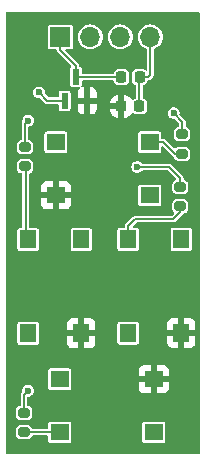
<source format=gbr>
%TF.GenerationSoftware,KiCad,Pcbnew,8.0.1*%
%TF.CreationDate,2025-01-22T19:40:40-07:00*%
%TF.ProjectId,Button,42757474-6f6e-42e6-9b69-6361645f7063,rev?*%
%TF.SameCoordinates,Original*%
%TF.FileFunction,Copper,L1,Top*%
%TF.FilePolarity,Positive*%
%FSLAX46Y46*%
G04 Gerber Fmt 4.6, Leading zero omitted, Abs format (unit mm)*
G04 Created by KiCad (PCBNEW 8.0.1) date 2025-01-22 19:40:40*
%MOMM*%
%LPD*%
G01*
G04 APERTURE LIST*
G04 Aperture macros list*
%AMRoundRect*
0 Rectangle with rounded corners*
0 $1 Rounding radius*
0 $2 $3 $4 $5 $6 $7 $8 $9 X,Y pos of 4 corners*
0 Add a 4 corners polygon primitive as box body*
4,1,4,$2,$3,$4,$5,$6,$7,$8,$9,$2,$3,0*
0 Add four circle primitives for the rounded corners*
1,1,$1+$1,$2,$3*
1,1,$1+$1,$4,$5*
1,1,$1+$1,$6,$7*
1,1,$1+$1,$8,$9*
0 Add four rect primitives between the rounded corners*
20,1,$1+$1,$2,$3,$4,$5,0*
20,1,$1+$1,$4,$5,$6,$7,0*
20,1,$1+$1,$6,$7,$8,$9,0*
20,1,$1+$1,$8,$9,$2,$3,0*%
G04 Aperture macros list end*
%TA.AperFunction,SMDPad,CuDef*%
%ADD10R,0.609600X1.320800*%
%TD*%
%TA.AperFunction,SMDPad,CuDef*%
%ADD11RoundRect,0.225000X-0.225000X-0.250000X0.225000X-0.250000X0.225000X0.250000X-0.225000X0.250000X0*%
%TD*%
%TA.AperFunction,SMDPad,CuDef*%
%ADD12R,1.549908X1.400048*%
%TD*%
%TA.AperFunction,SMDPad,CuDef*%
%ADD13RoundRect,0.200000X0.275000X-0.200000X0.275000X0.200000X-0.275000X0.200000X-0.275000X-0.200000X0*%
%TD*%
%TA.AperFunction,SMDPad,CuDef*%
%ADD14R,1.400048X1.549908*%
%TD*%
%TA.AperFunction,ComponentPad*%
%ADD15R,1.700000X1.700000*%
%TD*%
%TA.AperFunction,ComponentPad*%
%ADD16O,1.700000X1.700000*%
%TD*%
%TA.AperFunction,ViaPad*%
%ADD17C,0.600000*%
%TD*%
%TA.AperFunction,Conductor*%
%ADD18C,0.152400*%
%TD*%
G04 APERTURE END LIST*
D10*
%TO.P,U1,1,GND*%
%TO.N,GND*%
X189619999Y-70830400D03*
%TO.P,U1,2,VOUT*%
%TO.N,VDD_2.5V*%
X191520001Y-70830400D03*
%TO.P,U1,3,VIN*%
%TO.N,VCC*%
X190570000Y-68800000D03*
%TD*%
D11*
%TO.P,C2,1*%
%TO.N,VDD_2.5V*%
X194410001Y-71310400D03*
%TO.P,C2,2*%
%TO.N,GND*%
X195960001Y-71310400D03*
%TD*%
D12*
%TO.P,SW1,1,1*%
%TO.N,unconnected-(SW1-Pad1)*%
X188885002Y-74329999D03*
%TO.P,SW1,2,2*%
%TO.N,VDD_2.5V*%
X188885002Y-78830001D03*
%TO.P,SW1,3,3*%
%TO.N,Net-(R1-Pad1)*%
X196834998Y-74329999D03*
%TO.P,SW1,4,4*%
%TO.N,unconnected-(SW1-Pad4)*%
X196834998Y-78830001D03*
%TD*%
D13*
%TO.P,R3,1*%
%TO.N,Net-(R3-Pad1)*%
X199420000Y-79770000D03*
%TO.P,R3,2*%
%TO.N,LED1*%
X199420000Y-78120000D03*
%TD*%
D11*
%TO.P,C1,1*%
%TO.N,VCC*%
X194420001Y-68830400D03*
%TO.P,C1,2*%
%TO.N,GND*%
X195970001Y-68830400D03*
%TD*%
D14*
%TO.P,SW3,1,1*%
%TO.N,unconnected-(SW3-Pad1)*%
X194990000Y-90500000D03*
%TO.P,SW3,2,2*%
%TO.N,VDD_2.5V*%
X199490002Y-90500000D03*
%TO.P,SW3,3,3*%
%TO.N,Net-(R3-Pad1)*%
X194990000Y-82550004D03*
%TO.P,SW3,4,4*%
%TO.N,unconnected-(SW3-Pad4)*%
X199490002Y-82550004D03*
%TD*%
D13*
%TO.P,R2,1*%
%TO.N,Net-(R2-Pad1)*%
X186270000Y-76390000D03*
%TO.P,R2,2*%
%TO.N,LED1*%
X186270000Y-74740000D03*
%TD*%
D15*
%TO.P,J1,1,Pin_1*%
%TO.N,VCC*%
X189260000Y-65430000D03*
D16*
%TO.P,J1,2,Pin_2*%
%TO.N,GND*%
X191800000Y-65430000D03*
%TO.P,J1,3,Pin_3*%
%TO.N,LED1*%
X194340000Y-65430000D03*
%TO.P,J1,4,Pin_4*%
%TO.N,GND*%
X196880000Y-65430000D03*
%TD*%
D13*
%TO.P,R1,1*%
%TO.N,Net-(R1-Pad1)*%
X199580000Y-75320000D03*
%TO.P,R1,2*%
%TO.N,LED1*%
X199580000Y-73670000D03*
%TD*%
D12*
%TO.P,SW4,1,1*%
%TO.N,unconnected-(SW4-Pad1)*%
X197160000Y-98890002D03*
%TO.P,SW4,2,2*%
%TO.N,VDD_2.5V*%
X197160000Y-94390000D03*
%TO.P,SW4,3,3*%
%TO.N,Net-(R4-Pad1)*%
X189210004Y-98890002D03*
%TO.P,SW4,4,4*%
%TO.N,unconnected-(SW4-Pad4)*%
X189210004Y-94390000D03*
%TD*%
D14*
%TO.P,SW2,1,1*%
%TO.N,unconnected-(SW2-Pad1)*%
X186529998Y-90520000D03*
%TO.P,SW2,2,2*%
%TO.N,VDD_2.5V*%
X191030000Y-90520000D03*
%TO.P,SW2,3,3*%
%TO.N,Net-(R2-Pad1)*%
X186529998Y-82570004D03*
%TO.P,SW2,4,4*%
%TO.N,unconnected-(SW2-Pad4)*%
X191030000Y-82570004D03*
%TD*%
D13*
%TO.P,R4,1*%
%TO.N,Net-(R4-Pad1)*%
X186180000Y-98890000D03*
%TO.P,R4,2*%
%TO.N,LED1*%
X186180000Y-97240000D03*
%TD*%
D17*
%TO.N,GND*%
X187470000Y-70130000D03*
%TO.N,LED1*%
X186540000Y-72510000D03*
X186520000Y-95390000D03*
X198850000Y-71870000D03*
X195770000Y-76440000D03*
%TD*%
D18*
%TO.N,VCC*%
X190570000Y-67860000D02*
X189260000Y-66550000D01*
X194420001Y-68830400D02*
X190600400Y-68830400D01*
X190570000Y-68800000D02*
X190570000Y-67860000D01*
X190600400Y-68830400D02*
X190570000Y-68800000D01*
X189260000Y-66550000D02*
X189260000Y-65430000D01*
%TO.N,VDD_2.5V*%
X194410001Y-71310400D02*
X192750001Y-71310400D01*
X192270001Y-70830400D02*
X191520001Y-70830400D01*
X192750001Y-71310400D02*
X192270001Y-70830400D01*
%TO.N,Net-(R1-Pad1)*%
X199580000Y-75320000D02*
X198980000Y-75320000D01*
X196834998Y-74329999D02*
X197989999Y-74329999D01*
X198980000Y-75320000D02*
X197989999Y-74329999D01*
%TO.N,Net-(R2-Pad1)*%
X186330000Y-82370006D02*
X186330000Y-76450000D01*
X186529998Y-82570004D02*
X186330000Y-82370006D01*
X186330000Y-76450000D02*
X186270000Y-76390000D01*
%TO.N,Net-(R3-Pad1)*%
X194990000Y-81470000D02*
X195600000Y-80860000D01*
X198810000Y-80860000D02*
X199420000Y-80250000D01*
X194990000Y-82550004D02*
X194990000Y-81470000D01*
X198460000Y-80860000D02*
X198810000Y-80860000D01*
X195600000Y-80860000D02*
X198460000Y-80860000D01*
X199420000Y-80250000D02*
X199420000Y-79770000D01*
%TO.N,Net-(R4-Pad1)*%
X189210004Y-98890002D02*
X186180002Y-98890002D01*
X186180002Y-98890002D02*
X186180000Y-98890000D01*
%TO.N,GND*%
X188170400Y-70830400D02*
X187470000Y-70130000D01*
X196659600Y-68830400D02*
X196880000Y-68610000D01*
X195970001Y-68830400D02*
X196659600Y-68830400D01*
X195960001Y-71310400D02*
X195960001Y-68840400D01*
X189619999Y-70830400D02*
X188170400Y-70830400D01*
X196880000Y-68610000D02*
X196880000Y-65430000D01*
X195960001Y-68840400D02*
X195970001Y-68830400D01*
%TO.N,LED1*%
X186180000Y-95730000D02*
X186520000Y-95390000D01*
X186270000Y-74740000D02*
X186270000Y-73030000D01*
X199420000Y-77390000D02*
X198470000Y-76440000D01*
X198470000Y-76440000D02*
X195770000Y-76440000D01*
X186180000Y-97240000D02*
X186180000Y-95730000D01*
X186270000Y-73030000D02*
X186270000Y-72780000D01*
X199580000Y-72600000D02*
X198850000Y-71870000D01*
X186270000Y-72780000D02*
X186540000Y-72510000D01*
X199420000Y-78120000D02*
X199420000Y-77390000D01*
X199580000Y-73670000D02*
X199580000Y-72600000D01*
%TD*%
%TA.AperFunction,Conductor*%
%TO.N,VDD_2.5V*%
G36*
X201022638Y-63338093D02*
G01*
X201048358Y-63382642D01*
X201049500Y-63395700D01*
X201049500Y-100664300D01*
X201031907Y-100712638D01*
X200987358Y-100738358D01*
X200974300Y-100739500D01*
X184715700Y-100739500D01*
X184667362Y-100721907D01*
X184641642Y-100677358D01*
X184640500Y-100664300D01*
X184640500Y-99121512D01*
X185504500Y-99121512D01*
X185504501Y-99121524D01*
X185519352Y-99215301D01*
X185576951Y-99328344D01*
X185666655Y-99418048D01*
X185666657Y-99418049D01*
X185666658Y-99418050D01*
X185779694Y-99475645D01*
X185779696Y-99475646D01*
X185873481Y-99490500D01*
X186486518Y-99490499D01*
X186494646Y-99489211D01*
X186580301Y-99475647D01*
X186580302Y-99475646D01*
X186580304Y-99475646D01*
X186693342Y-99418050D01*
X186783050Y-99328342D01*
X186840646Y-99215304D01*
X186840645Y-99215304D01*
X186843333Y-99210031D01*
X186845456Y-99211112D01*
X186871218Y-99178133D01*
X186911074Y-99166702D01*
X188159350Y-99166702D01*
X188207688Y-99184295D01*
X188233408Y-99228844D01*
X188234550Y-99241902D01*
X188234550Y-99609774D01*
X188246182Y-99668255D01*
X188246183Y-99668257D01*
X188290498Y-99734578D01*
X188356819Y-99778893D01*
X188386060Y-99784709D01*
X188415301Y-99790526D01*
X188415302Y-99790526D01*
X190004707Y-99790526D01*
X190024200Y-99786648D01*
X190063189Y-99778893D01*
X190129510Y-99734578D01*
X190173825Y-99668257D01*
X190185458Y-99609774D01*
X196184546Y-99609774D01*
X196196178Y-99668255D01*
X196196179Y-99668257D01*
X196240494Y-99734578D01*
X196306815Y-99778893D01*
X196336056Y-99784709D01*
X196365297Y-99790526D01*
X196365298Y-99790526D01*
X197954703Y-99790526D01*
X197974196Y-99786648D01*
X198013185Y-99778893D01*
X198079506Y-99734578D01*
X198123821Y-99668257D01*
X198135454Y-99609774D01*
X198135454Y-98170230D01*
X198123821Y-98111747D01*
X198079506Y-98045426D01*
X198013185Y-98001111D01*
X198013183Y-98001110D01*
X197954703Y-97989478D01*
X197954702Y-97989478D01*
X196365298Y-97989478D01*
X196365297Y-97989478D01*
X196306816Y-98001110D01*
X196306814Y-98001111D01*
X196240494Y-98045426D01*
X196196179Y-98111746D01*
X196196178Y-98111748D01*
X196184546Y-98170229D01*
X196184546Y-99609774D01*
X190185458Y-99609774D01*
X190185458Y-98170230D01*
X190173825Y-98111747D01*
X190129510Y-98045426D01*
X190063189Y-98001111D01*
X190063187Y-98001110D01*
X190004707Y-97989478D01*
X190004706Y-97989478D01*
X188415302Y-97989478D01*
X188415301Y-97989478D01*
X188356820Y-98001110D01*
X188356818Y-98001111D01*
X188290498Y-98045426D01*
X188246183Y-98111746D01*
X188246182Y-98111748D01*
X188234550Y-98170229D01*
X188234550Y-98538102D01*
X188216957Y-98586440D01*
X188172408Y-98612160D01*
X188159350Y-98613302D01*
X186911075Y-98613302D01*
X186862737Y-98595709D01*
X186844856Y-98569192D01*
X186843333Y-98569969D01*
X186783048Y-98451655D01*
X186693344Y-98361951D01*
X186580304Y-98304354D01*
X186580306Y-98304354D01*
X186533411Y-98296927D01*
X186486519Y-98289500D01*
X186486517Y-98289500D01*
X185873487Y-98289500D01*
X185873475Y-98289501D01*
X185779698Y-98304352D01*
X185666655Y-98361951D01*
X185576951Y-98451655D01*
X185519354Y-98564694D01*
X185504500Y-98658479D01*
X185504500Y-99121512D01*
X184640500Y-99121512D01*
X184640500Y-97471512D01*
X185504500Y-97471512D01*
X185504501Y-97471524D01*
X185519352Y-97565301D01*
X185576951Y-97678344D01*
X185666655Y-97768048D01*
X185666657Y-97768049D01*
X185666658Y-97768050D01*
X185779694Y-97825645D01*
X185779696Y-97825646D01*
X185873481Y-97840500D01*
X186486518Y-97840499D01*
X186494646Y-97839211D01*
X186580301Y-97825647D01*
X186580302Y-97825646D01*
X186580304Y-97825646D01*
X186693342Y-97768050D01*
X186783050Y-97678342D01*
X186840646Y-97565304D01*
X186855500Y-97471519D01*
X186855499Y-97008482D01*
X186855498Y-97008475D01*
X186840647Y-96914698D01*
X186783048Y-96801655D01*
X186693344Y-96711951D01*
X186580304Y-96654354D01*
X186580305Y-96654354D01*
X186520136Y-96644824D01*
X186475145Y-96619885D01*
X186456711Y-96571862D01*
X186456700Y-96570550D01*
X186456700Y-95965700D01*
X186474293Y-95917362D01*
X186518842Y-95891642D01*
X186531900Y-95890500D01*
X186591958Y-95890500D01*
X186591961Y-95890500D01*
X186730053Y-95849953D01*
X186851128Y-95772143D01*
X186945377Y-95663373D01*
X187005165Y-95532457D01*
X187025647Y-95390000D01*
X187005165Y-95247543D01*
X186982264Y-95197398D01*
X186945377Y-95116627D01*
X186945375Y-95116624D01*
X186939438Y-95109772D01*
X188234550Y-95109772D01*
X188246182Y-95168253D01*
X188246183Y-95168255D01*
X188290498Y-95234576D01*
X188356819Y-95278891D01*
X188386060Y-95284707D01*
X188415301Y-95290524D01*
X188415302Y-95290524D01*
X190004707Y-95290524D01*
X190024200Y-95286646D01*
X190063189Y-95278891D01*
X190129510Y-95234576D01*
X190173825Y-95168255D01*
X190185458Y-95109772D01*
X190185458Y-94640000D01*
X195885046Y-94640000D01*
X195885046Y-95137855D01*
X195891447Y-95197398D01*
X195891448Y-95197401D01*
X195941694Y-95332114D01*
X195941695Y-95332116D01*
X196027856Y-95447213D01*
X196142953Y-95533374D01*
X196142955Y-95533375D01*
X196277668Y-95583621D01*
X196277671Y-95583622D01*
X196337214Y-95590023D01*
X196337226Y-95590024D01*
X196910000Y-95590024D01*
X196910000Y-94640000D01*
X197410000Y-94640000D01*
X197410000Y-95590024D01*
X197982774Y-95590024D01*
X197982785Y-95590023D01*
X198042328Y-95583622D01*
X198042331Y-95583621D01*
X198177044Y-95533375D01*
X198177046Y-95533374D01*
X198292143Y-95447213D01*
X198378304Y-95332116D01*
X198378305Y-95332114D01*
X198428551Y-95197401D01*
X198428552Y-95197398D01*
X198434953Y-95137855D01*
X198434954Y-95137844D01*
X198434954Y-94640000D01*
X197410000Y-94640000D01*
X196910000Y-94640000D01*
X195885046Y-94640000D01*
X190185458Y-94640000D01*
X190185458Y-94140000D01*
X195885046Y-94140000D01*
X196910000Y-94140000D01*
X196910000Y-93189976D01*
X197410000Y-93189976D01*
X197410000Y-94140000D01*
X198434954Y-94140000D01*
X198434954Y-93642156D01*
X198434953Y-93642144D01*
X198428552Y-93582601D01*
X198428551Y-93582598D01*
X198378305Y-93447885D01*
X198378304Y-93447883D01*
X198292143Y-93332786D01*
X198177046Y-93246625D01*
X198177044Y-93246624D01*
X198042331Y-93196378D01*
X198042328Y-93196377D01*
X197982785Y-93189976D01*
X197410000Y-93189976D01*
X196910000Y-93189976D01*
X196337214Y-93189976D01*
X196277671Y-93196377D01*
X196277668Y-93196378D01*
X196142955Y-93246624D01*
X196142953Y-93246625D01*
X196027856Y-93332786D01*
X195941695Y-93447883D01*
X195941694Y-93447885D01*
X195891448Y-93582598D01*
X195891447Y-93582601D01*
X195885046Y-93642144D01*
X195885046Y-94140000D01*
X190185458Y-94140000D01*
X190185458Y-93670228D01*
X190173825Y-93611745D01*
X190129510Y-93545424D01*
X190063189Y-93501109D01*
X190063187Y-93501108D01*
X190004707Y-93489476D01*
X190004706Y-93489476D01*
X188415302Y-93489476D01*
X188415301Y-93489476D01*
X188356820Y-93501108D01*
X188356818Y-93501109D01*
X188290498Y-93545424D01*
X188246183Y-93611744D01*
X188246182Y-93611746D01*
X188234550Y-93670227D01*
X188234550Y-95109772D01*
X186939438Y-95109772D01*
X186851127Y-95007856D01*
X186851125Y-95007855D01*
X186730051Y-94930046D01*
X186730052Y-94930046D01*
X186591963Y-94889500D01*
X186591961Y-94889500D01*
X186448039Y-94889500D01*
X186448036Y-94889500D01*
X186309948Y-94930046D01*
X186188874Y-95007855D01*
X186188872Y-95007856D01*
X186094624Y-95116624D01*
X186094622Y-95116627D01*
X186034835Y-95247540D01*
X186014353Y-95390000D01*
X186023368Y-95452703D01*
X186012832Y-95503052D01*
X186002108Y-95516578D01*
X185958586Y-95560099D01*
X185922155Y-95623199D01*
X185903300Y-95693573D01*
X185903300Y-96570550D01*
X185885707Y-96618888D01*
X185841158Y-96644608D01*
X185839863Y-96644824D01*
X185779697Y-96654352D01*
X185666655Y-96711951D01*
X185576951Y-96801655D01*
X185519354Y-96914694D01*
X185504500Y-97008479D01*
X185504500Y-97471512D01*
X184640500Y-97471512D01*
X184640500Y-91314702D01*
X185629474Y-91314702D01*
X185641106Y-91373183D01*
X185641107Y-91373185D01*
X185685422Y-91439506D01*
X185751743Y-91483821D01*
X185780984Y-91489637D01*
X185810225Y-91495454D01*
X185810226Y-91495454D01*
X187249771Y-91495454D01*
X187269264Y-91491576D01*
X187308253Y-91483821D01*
X187374574Y-91439506D01*
X187418889Y-91373185D01*
X187430522Y-91314702D01*
X187430522Y-90770000D01*
X189829976Y-90770000D01*
X189829976Y-91342785D01*
X189836377Y-91402328D01*
X189836378Y-91402331D01*
X189886624Y-91537044D01*
X189886625Y-91537046D01*
X189972786Y-91652143D01*
X190087883Y-91738304D01*
X190087885Y-91738305D01*
X190222598Y-91788551D01*
X190222601Y-91788552D01*
X190282144Y-91794953D01*
X190282156Y-91794954D01*
X190780000Y-91794954D01*
X190780000Y-90770000D01*
X191280000Y-90770000D01*
X191280000Y-91794954D01*
X191777844Y-91794954D01*
X191777855Y-91794953D01*
X191837398Y-91788552D01*
X191837401Y-91788551D01*
X191972114Y-91738305D01*
X191972116Y-91738304D01*
X192087213Y-91652143D01*
X192173374Y-91537046D01*
X192173375Y-91537044D01*
X192223621Y-91402331D01*
X192223622Y-91402328D01*
X192230023Y-91342785D01*
X192230024Y-91342774D01*
X192230024Y-91294702D01*
X194089476Y-91294702D01*
X194101108Y-91353183D01*
X194101109Y-91353185D01*
X194145424Y-91419506D01*
X194211745Y-91463821D01*
X194240986Y-91469637D01*
X194270227Y-91475454D01*
X194270228Y-91475454D01*
X195709773Y-91475454D01*
X195729266Y-91471576D01*
X195768255Y-91463821D01*
X195834576Y-91419506D01*
X195878891Y-91353185D01*
X195890524Y-91294702D01*
X195890524Y-90750000D01*
X198289978Y-90750000D01*
X198289978Y-91322785D01*
X198296379Y-91382328D01*
X198296380Y-91382331D01*
X198346626Y-91517044D01*
X198346627Y-91517046D01*
X198432788Y-91632143D01*
X198547885Y-91718304D01*
X198547887Y-91718305D01*
X198682600Y-91768551D01*
X198682603Y-91768552D01*
X198742146Y-91774953D01*
X198742158Y-91774954D01*
X199240002Y-91774954D01*
X199240002Y-90750000D01*
X199740002Y-90750000D01*
X199740002Y-91774954D01*
X200237846Y-91774954D01*
X200237857Y-91774953D01*
X200297400Y-91768552D01*
X200297403Y-91768551D01*
X200432116Y-91718305D01*
X200432118Y-91718304D01*
X200547215Y-91632143D01*
X200633376Y-91517046D01*
X200633377Y-91517044D01*
X200683623Y-91382331D01*
X200683624Y-91382328D01*
X200690025Y-91322785D01*
X200690026Y-91322774D01*
X200690026Y-90750000D01*
X199740002Y-90750000D01*
X199240002Y-90750000D01*
X198289978Y-90750000D01*
X195890524Y-90750000D01*
X195890524Y-90250000D01*
X198289978Y-90250000D01*
X199240002Y-90250000D01*
X199240002Y-89225046D01*
X199740002Y-89225046D01*
X199740002Y-90250000D01*
X200690026Y-90250000D01*
X200690026Y-89677226D01*
X200690025Y-89677214D01*
X200683624Y-89617671D01*
X200683623Y-89617668D01*
X200633377Y-89482955D01*
X200633376Y-89482953D01*
X200547215Y-89367856D01*
X200432118Y-89281695D01*
X200432116Y-89281694D01*
X200297403Y-89231448D01*
X200297400Y-89231447D01*
X200237857Y-89225046D01*
X199740002Y-89225046D01*
X199240002Y-89225046D01*
X198742146Y-89225046D01*
X198682603Y-89231447D01*
X198682600Y-89231448D01*
X198547887Y-89281694D01*
X198547885Y-89281695D01*
X198432788Y-89367856D01*
X198346627Y-89482953D01*
X198346626Y-89482955D01*
X198296380Y-89617668D01*
X198296379Y-89617671D01*
X198289978Y-89677214D01*
X198289978Y-90250000D01*
X195890524Y-90250000D01*
X195890524Y-89705298D01*
X195888918Y-89697226D01*
X195878891Y-89646816D01*
X195878890Y-89646814D01*
X195859415Y-89617668D01*
X195834576Y-89580494D01*
X195768255Y-89536179D01*
X195768253Y-89536178D01*
X195709773Y-89524546D01*
X195709772Y-89524546D01*
X194270228Y-89524546D01*
X194270227Y-89524546D01*
X194211746Y-89536178D01*
X194211744Y-89536179D01*
X194145424Y-89580494D01*
X194101109Y-89646814D01*
X194101108Y-89646816D01*
X194089476Y-89705297D01*
X194089476Y-91294702D01*
X192230024Y-91294702D01*
X192230024Y-90770000D01*
X191280000Y-90770000D01*
X190780000Y-90770000D01*
X189829976Y-90770000D01*
X187430522Y-90770000D01*
X187430522Y-90270000D01*
X189829976Y-90270000D01*
X190780000Y-90270000D01*
X190780000Y-89245046D01*
X191280000Y-89245046D01*
X191280000Y-90270000D01*
X192230024Y-90270000D01*
X192230024Y-89697226D01*
X192230023Y-89697214D01*
X192223622Y-89637671D01*
X192223621Y-89637668D01*
X192173375Y-89502955D01*
X192173374Y-89502953D01*
X192087213Y-89387856D01*
X191972116Y-89301695D01*
X191972114Y-89301694D01*
X191837401Y-89251448D01*
X191837398Y-89251447D01*
X191777855Y-89245046D01*
X191280000Y-89245046D01*
X190780000Y-89245046D01*
X190282144Y-89245046D01*
X190222601Y-89251447D01*
X190222598Y-89251448D01*
X190087885Y-89301694D01*
X190087883Y-89301695D01*
X189972786Y-89387856D01*
X189886625Y-89502953D01*
X189886624Y-89502955D01*
X189836378Y-89637668D01*
X189836377Y-89637671D01*
X189829976Y-89697214D01*
X189829976Y-90270000D01*
X187430522Y-90270000D01*
X187430522Y-89725298D01*
X187418889Y-89666815D01*
X187374574Y-89600494D01*
X187308253Y-89556179D01*
X187308251Y-89556178D01*
X187249771Y-89544546D01*
X187249770Y-89544546D01*
X185810226Y-89544546D01*
X185810225Y-89544546D01*
X185751744Y-89556178D01*
X185751742Y-89556179D01*
X185685422Y-89600494D01*
X185641107Y-89666814D01*
X185641106Y-89666816D01*
X185629474Y-89725297D01*
X185629474Y-91314702D01*
X184640500Y-91314702D01*
X184640500Y-76621512D01*
X185594500Y-76621512D01*
X185594501Y-76621524D01*
X185609352Y-76715301D01*
X185666951Y-76828344D01*
X185756655Y-76918048D01*
X185756657Y-76918049D01*
X185756658Y-76918050D01*
X185869694Y-76975645D01*
X185869696Y-76975646D01*
X185963481Y-76990500D01*
X185978098Y-76990499D01*
X186026434Y-77008090D01*
X186052157Y-77052636D01*
X186053300Y-77065699D01*
X186053300Y-81519350D01*
X186035707Y-81567688D01*
X185991158Y-81593408D01*
X185978100Y-81594550D01*
X185810225Y-81594550D01*
X185751744Y-81606182D01*
X185751742Y-81606183D01*
X185685422Y-81650498D01*
X185641107Y-81716818D01*
X185641106Y-81716820D01*
X185629474Y-81775301D01*
X185629474Y-83364706D01*
X185641106Y-83423187D01*
X185641107Y-83423189D01*
X185685422Y-83489510D01*
X185751743Y-83533825D01*
X185780984Y-83539641D01*
X185810225Y-83545458D01*
X185810226Y-83545458D01*
X187249771Y-83545458D01*
X187269264Y-83541580D01*
X187308253Y-83533825D01*
X187374574Y-83489510D01*
X187418889Y-83423189D01*
X187430522Y-83364706D01*
X190129476Y-83364706D01*
X190141108Y-83423187D01*
X190141109Y-83423189D01*
X190185424Y-83489510D01*
X190251745Y-83533825D01*
X190280986Y-83539641D01*
X190310227Y-83545458D01*
X190310228Y-83545458D01*
X191749773Y-83545458D01*
X191769266Y-83541580D01*
X191808255Y-83533825D01*
X191874576Y-83489510D01*
X191918891Y-83423189D01*
X191930524Y-83364706D01*
X191930524Y-83344706D01*
X194089476Y-83344706D01*
X194101108Y-83403187D01*
X194101109Y-83403189D01*
X194145424Y-83469510D01*
X194211745Y-83513825D01*
X194240986Y-83519641D01*
X194270227Y-83525458D01*
X194270228Y-83525458D01*
X195709773Y-83525458D01*
X195729266Y-83521580D01*
X195768255Y-83513825D01*
X195834576Y-83469510D01*
X195878891Y-83403189D01*
X195890524Y-83344706D01*
X198589478Y-83344706D01*
X198601110Y-83403187D01*
X198601111Y-83403189D01*
X198645426Y-83469510D01*
X198711747Y-83513825D01*
X198740988Y-83519641D01*
X198770229Y-83525458D01*
X198770230Y-83525458D01*
X200209775Y-83525458D01*
X200229268Y-83521580D01*
X200268257Y-83513825D01*
X200334578Y-83469510D01*
X200378893Y-83403189D01*
X200390526Y-83344706D01*
X200390526Y-81755302D01*
X200378893Y-81696819D01*
X200334578Y-81630498D01*
X200268257Y-81586183D01*
X200268255Y-81586182D01*
X200209775Y-81574550D01*
X200209774Y-81574550D01*
X198770230Y-81574550D01*
X198770229Y-81574550D01*
X198711748Y-81586182D01*
X198711746Y-81586183D01*
X198645426Y-81630498D01*
X198601111Y-81696818D01*
X198601110Y-81696820D01*
X198589478Y-81755301D01*
X198589478Y-83344706D01*
X195890524Y-83344706D01*
X195890524Y-81755302D01*
X195878891Y-81696819D01*
X195834576Y-81630498D01*
X195768255Y-81586183D01*
X195768253Y-81586182D01*
X195709773Y-81574550D01*
X195709772Y-81574550D01*
X195458311Y-81574550D01*
X195409973Y-81556957D01*
X195384253Y-81512408D01*
X195393186Y-81461750D01*
X195405137Y-81446176D01*
X195692587Y-81158726D01*
X195739207Y-81136986D01*
X195745761Y-81136700D01*
X198846427Y-81136700D01*
X198846428Y-81136700D01*
X198916803Y-81117844D01*
X198979898Y-81081415D01*
X199641415Y-80419898D01*
X199648226Y-80408099D01*
X199687631Y-80375034D01*
X199713352Y-80370499D01*
X199726513Y-80370499D01*
X199726518Y-80370499D01*
X199734646Y-80369211D01*
X199820301Y-80355647D01*
X199820302Y-80355646D01*
X199820304Y-80355646D01*
X199933342Y-80298050D01*
X200023050Y-80208342D01*
X200080646Y-80095304D01*
X200095500Y-80001519D01*
X200095499Y-79538482D01*
X200095498Y-79538475D01*
X200080647Y-79444698D01*
X200023048Y-79331655D01*
X199933344Y-79241951D01*
X199820304Y-79184354D01*
X199820306Y-79184354D01*
X199773411Y-79176927D01*
X199726519Y-79169500D01*
X199726517Y-79169500D01*
X199113487Y-79169500D01*
X199113475Y-79169501D01*
X199019698Y-79184352D01*
X198906655Y-79241951D01*
X198816951Y-79331655D01*
X198759354Y-79444694D01*
X198744500Y-79538479D01*
X198744500Y-80001512D01*
X198744501Y-80001524D01*
X198759352Y-80095301D01*
X198816951Y-80208344D01*
X198890472Y-80281865D01*
X198912212Y-80328485D01*
X198898898Y-80378172D01*
X198890473Y-80388213D01*
X198717413Y-80561274D01*
X198670792Y-80583014D01*
X198664238Y-80583300D01*
X198496428Y-80583300D01*
X195563572Y-80583300D01*
X195544717Y-80588352D01*
X195493199Y-80602155D01*
X195493197Y-80602156D01*
X195430099Y-80638586D01*
X194768585Y-81300101D01*
X194768583Y-81300103D01*
X194732155Y-81363196D01*
X194732156Y-81363197D01*
X194713300Y-81433573D01*
X194713300Y-81499350D01*
X194695707Y-81547688D01*
X194651158Y-81573408D01*
X194638100Y-81574550D01*
X194270227Y-81574550D01*
X194211746Y-81586182D01*
X194211744Y-81586183D01*
X194145424Y-81630498D01*
X194101109Y-81696818D01*
X194101108Y-81696820D01*
X194089476Y-81755301D01*
X194089476Y-83344706D01*
X191930524Y-83344706D01*
X191930524Y-81775302D01*
X191918891Y-81716819D01*
X191874576Y-81650498D01*
X191808255Y-81606183D01*
X191808253Y-81606182D01*
X191749773Y-81594550D01*
X191749772Y-81594550D01*
X190310228Y-81594550D01*
X190310227Y-81594550D01*
X190251746Y-81606182D01*
X190251744Y-81606183D01*
X190185424Y-81650498D01*
X190141109Y-81716818D01*
X190141108Y-81716820D01*
X190129476Y-81775301D01*
X190129476Y-83364706D01*
X187430522Y-83364706D01*
X187430522Y-81775302D01*
X187418889Y-81716819D01*
X187374574Y-81650498D01*
X187308253Y-81606183D01*
X187308251Y-81606182D01*
X187249771Y-81594550D01*
X187249770Y-81594550D01*
X186681900Y-81594550D01*
X186633562Y-81576957D01*
X186607842Y-81532408D01*
X186606700Y-81519350D01*
X186606700Y-79080001D01*
X187610048Y-79080001D01*
X187610048Y-79577856D01*
X187616449Y-79637399D01*
X187616450Y-79637402D01*
X187666696Y-79772115D01*
X187666697Y-79772117D01*
X187752858Y-79887214D01*
X187867955Y-79973375D01*
X187867957Y-79973376D01*
X188002670Y-80023622D01*
X188002673Y-80023623D01*
X188062216Y-80030024D01*
X188062228Y-80030025D01*
X188635002Y-80030025D01*
X188635002Y-79080001D01*
X189135002Y-79080001D01*
X189135002Y-80030025D01*
X189707776Y-80030025D01*
X189707787Y-80030024D01*
X189767330Y-80023623D01*
X189767333Y-80023622D01*
X189902046Y-79973376D01*
X189902048Y-79973375D01*
X190017145Y-79887214D01*
X190103306Y-79772117D01*
X190103307Y-79772115D01*
X190153553Y-79637402D01*
X190153554Y-79637399D01*
X190159955Y-79577856D01*
X190159956Y-79577845D01*
X190159956Y-79549773D01*
X195859544Y-79549773D01*
X195871176Y-79608254D01*
X195871177Y-79608256D01*
X195915492Y-79674577D01*
X195981813Y-79718892D01*
X196011054Y-79724708D01*
X196040295Y-79730525D01*
X196040296Y-79730525D01*
X197629701Y-79730525D01*
X197649194Y-79726647D01*
X197688183Y-79718892D01*
X197754504Y-79674577D01*
X197798819Y-79608256D01*
X197810452Y-79549773D01*
X197810452Y-78110229D01*
X197798819Y-78051746D01*
X197754504Y-77985425D01*
X197688183Y-77941110D01*
X197688181Y-77941109D01*
X197629701Y-77929477D01*
X197629700Y-77929477D01*
X196040296Y-77929477D01*
X196040295Y-77929477D01*
X195981814Y-77941109D01*
X195981812Y-77941110D01*
X195915492Y-77985425D01*
X195871177Y-78051745D01*
X195871176Y-78051747D01*
X195859544Y-78110228D01*
X195859544Y-79549773D01*
X190159956Y-79549773D01*
X190159956Y-79080001D01*
X189135002Y-79080001D01*
X188635002Y-79080001D01*
X187610048Y-79080001D01*
X186606700Y-79080001D01*
X186606700Y-78580001D01*
X187610048Y-78580001D01*
X188635002Y-78580001D01*
X188635002Y-77629977D01*
X189135002Y-77629977D01*
X189135002Y-78580001D01*
X190159956Y-78580001D01*
X190159956Y-78082157D01*
X190159955Y-78082145D01*
X190153554Y-78022602D01*
X190153553Y-78022599D01*
X190103307Y-77887886D01*
X190103306Y-77887884D01*
X190017145Y-77772787D01*
X189902048Y-77686626D01*
X189902046Y-77686625D01*
X189767333Y-77636379D01*
X189767330Y-77636378D01*
X189707787Y-77629977D01*
X189135002Y-77629977D01*
X188635002Y-77629977D01*
X188062216Y-77629977D01*
X188002673Y-77636378D01*
X188002670Y-77636379D01*
X187867957Y-77686625D01*
X187867955Y-77686626D01*
X187752858Y-77772787D01*
X187666697Y-77887884D01*
X187666696Y-77887886D01*
X187616450Y-78022599D01*
X187616449Y-78022602D01*
X187610048Y-78082145D01*
X187610048Y-78580001D01*
X186606700Y-78580001D01*
X186606700Y-77049947D01*
X186624293Y-77001609D01*
X186664899Y-76978165D01*
X186664675Y-76977476D01*
X186667918Y-76976422D01*
X186668842Y-76975889D01*
X186670141Y-76975672D01*
X186670304Y-76975646D01*
X186670306Y-76975645D01*
X186783342Y-76918050D01*
X186873050Y-76828342D01*
X186930646Y-76715304D01*
X186945500Y-76621519D01*
X186945500Y-76440000D01*
X195264353Y-76440000D01*
X195284835Y-76582459D01*
X195344622Y-76713372D01*
X195344624Y-76713375D01*
X195438869Y-76822140D01*
X195438872Y-76822143D01*
X195559947Y-76899953D01*
X195698039Y-76940500D01*
X195698042Y-76940500D01*
X195841958Y-76940500D01*
X195841961Y-76940500D01*
X195980053Y-76899953D01*
X196101128Y-76822143D01*
X196128321Y-76790760D01*
X196170005Y-76742655D01*
X196214955Y-76717645D01*
X196226837Y-76716700D01*
X198324239Y-76716700D01*
X198372577Y-76734293D01*
X198377413Y-76738726D01*
X199048662Y-77409975D01*
X199070402Y-77456595D01*
X199057088Y-77506282D01*
X199024370Y-77530493D01*
X199024969Y-77531667D01*
X198906655Y-77591951D01*
X198816951Y-77681655D01*
X198759354Y-77794694D01*
X198744500Y-77888479D01*
X198744500Y-78351512D01*
X198744501Y-78351524D01*
X198759352Y-78445301D01*
X198816951Y-78558344D01*
X198906655Y-78648048D01*
X198906657Y-78648049D01*
X198906658Y-78648050D01*
X199019694Y-78705645D01*
X199019696Y-78705646D01*
X199113481Y-78720500D01*
X199726518Y-78720499D01*
X199734646Y-78719211D01*
X199820301Y-78705647D01*
X199820302Y-78705646D01*
X199820304Y-78705646D01*
X199933342Y-78648050D01*
X200023050Y-78558342D01*
X200080646Y-78445304D01*
X200095500Y-78351519D01*
X200095499Y-77888482D01*
X200095404Y-77887884D01*
X200080647Y-77794698D01*
X200025581Y-77686626D01*
X200023050Y-77681658D01*
X200023049Y-77681657D01*
X200023048Y-77681655D01*
X199933344Y-77591951D01*
X199820304Y-77534354D01*
X199820305Y-77534354D01*
X199760136Y-77524824D01*
X199715145Y-77499885D01*
X199696711Y-77451862D01*
X199696700Y-77450550D01*
X199696700Y-77353573D01*
X199677844Y-77283197D01*
X199677844Y-77283196D01*
X199641416Y-77220103D01*
X198639899Y-76218586D01*
X198639898Y-76218585D01*
X198576803Y-76182156D01*
X198576800Y-76182155D01*
X198576801Y-76182155D01*
X198518845Y-76166627D01*
X198506428Y-76163300D01*
X198506427Y-76163300D01*
X196226837Y-76163300D01*
X196178499Y-76145707D01*
X196170005Y-76137345D01*
X196101130Y-76057859D01*
X196101125Y-76057855D01*
X195980051Y-75980046D01*
X195980052Y-75980046D01*
X195841963Y-75939500D01*
X195841961Y-75939500D01*
X195698039Y-75939500D01*
X195698036Y-75939500D01*
X195559948Y-75980046D01*
X195438874Y-76057855D01*
X195438872Y-76057856D01*
X195344624Y-76166624D01*
X195344622Y-76166627D01*
X195284835Y-76297540D01*
X195264353Y-76440000D01*
X186945500Y-76440000D01*
X186945499Y-76158482D01*
X186942152Y-76137345D01*
X186930647Y-76064698D01*
X186873048Y-75951655D01*
X186783344Y-75861951D01*
X186670304Y-75804354D01*
X186670306Y-75804354D01*
X186623411Y-75796927D01*
X186576519Y-75789500D01*
X186576517Y-75789500D01*
X185963487Y-75789500D01*
X185963475Y-75789501D01*
X185869698Y-75804352D01*
X185756655Y-75861951D01*
X185666951Y-75951655D01*
X185609354Y-76064694D01*
X185594500Y-76158479D01*
X185594500Y-76621512D01*
X184640500Y-76621512D01*
X184640500Y-74971512D01*
X185594500Y-74971512D01*
X185594501Y-74971524D01*
X185609352Y-75065301D01*
X185666951Y-75178344D01*
X185756655Y-75268048D01*
X185756657Y-75268049D01*
X185756658Y-75268050D01*
X185869694Y-75325645D01*
X185869696Y-75325646D01*
X185963481Y-75340500D01*
X186576518Y-75340499D01*
X186584646Y-75339211D01*
X186670301Y-75325647D01*
X186670302Y-75325646D01*
X186670304Y-75325646D01*
X186783342Y-75268050D01*
X186873050Y-75178342D01*
X186930646Y-75065304D01*
X186933106Y-75049771D01*
X187909548Y-75049771D01*
X187921180Y-75108252D01*
X187921181Y-75108254D01*
X187965496Y-75174575D01*
X188031817Y-75218890D01*
X188061058Y-75224706D01*
X188090299Y-75230523D01*
X188090300Y-75230523D01*
X189679705Y-75230523D01*
X189699198Y-75226645D01*
X189738187Y-75218890D01*
X189804508Y-75174575D01*
X189848823Y-75108254D01*
X189860456Y-75049771D01*
X195859544Y-75049771D01*
X195871176Y-75108252D01*
X195871177Y-75108254D01*
X195915492Y-75174575D01*
X195981813Y-75218890D01*
X196011054Y-75224706D01*
X196040295Y-75230523D01*
X196040296Y-75230523D01*
X197629701Y-75230523D01*
X197649194Y-75226645D01*
X197688183Y-75218890D01*
X197754504Y-75174575D01*
X197798819Y-75108254D01*
X197810452Y-75049771D01*
X197810452Y-74723313D01*
X197828045Y-74674975D01*
X197872594Y-74649255D01*
X197923252Y-74658188D01*
X197938826Y-74670139D01*
X198810102Y-75541415D01*
X198827602Y-75551519D01*
X198877467Y-75580310D01*
X198876739Y-75581569D01*
X198910170Y-75612190D01*
X198917748Y-75635163D01*
X198919354Y-75645305D01*
X198976951Y-75758344D01*
X199066655Y-75848048D01*
X199066657Y-75848049D01*
X199066658Y-75848050D01*
X199179694Y-75905645D01*
X199179696Y-75905646D01*
X199273481Y-75920500D01*
X199886518Y-75920499D01*
X199894646Y-75919211D01*
X199980301Y-75905647D01*
X199980302Y-75905646D01*
X199980304Y-75905646D01*
X200093342Y-75848050D01*
X200183050Y-75758342D01*
X200240646Y-75645304D01*
X200255500Y-75551519D01*
X200255499Y-75088482D01*
X200255498Y-75088475D01*
X200240647Y-74994698D01*
X200228833Y-74971512D01*
X200183050Y-74881658D01*
X200183049Y-74881657D01*
X200183048Y-74881655D01*
X200093344Y-74791951D01*
X199980304Y-74734354D01*
X199980306Y-74734354D01*
X199933411Y-74726927D01*
X199886519Y-74719500D01*
X199886517Y-74719500D01*
X199273487Y-74719500D01*
X199273475Y-74719501D01*
X199179698Y-74734352D01*
X199066655Y-74791951D01*
X199008134Y-74850473D01*
X198961514Y-74872213D01*
X198911827Y-74858899D01*
X198901786Y-74850473D01*
X198159898Y-74108585D01*
X198159897Y-74108584D01*
X198096802Y-74072155D01*
X198096799Y-74072154D01*
X198096800Y-74072154D01*
X198052182Y-74060199D01*
X198026427Y-74053299D01*
X198026426Y-74053299D01*
X197885652Y-74053299D01*
X197837314Y-74035706D01*
X197811594Y-73991157D01*
X197810452Y-73978099D01*
X197810452Y-73610226D01*
X197798819Y-73551745D01*
X197798818Y-73551743D01*
X197754504Y-73485423D01*
X197688183Y-73441108D01*
X197688181Y-73441107D01*
X197629701Y-73429475D01*
X197629700Y-73429475D01*
X196040296Y-73429475D01*
X196040295Y-73429475D01*
X195981814Y-73441107D01*
X195981812Y-73441108D01*
X195915492Y-73485423D01*
X195871177Y-73551743D01*
X195871176Y-73551745D01*
X195859544Y-73610226D01*
X195859544Y-75049771D01*
X189860456Y-75049771D01*
X189860456Y-73610227D01*
X189848823Y-73551744D01*
X189804508Y-73485423D01*
X189738187Y-73441108D01*
X189738185Y-73441107D01*
X189679705Y-73429475D01*
X189679704Y-73429475D01*
X188090300Y-73429475D01*
X188090299Y-73429475D01*
X188031818Y-73441107D01*
X188031816Y-73441108D01*
X187965496Y-73485423D01*
X187921181Y-73551743D01*
X187921180Y-73551745D01*
X187909548Y-73610226D01*
X187909548Y-75049771D01*
X186933106Y-75049771D01*
X186945500Y-74971519D01*
X186945499Y-74508482D01*
X186945498Y-74508475D01*
X186930647Y-74414698D01*
X186873048Y-74301655D01*
X186783344Y-74211951D01*
X186670304Y-74154354D01*
X186670305Y-74154354D01*
X186610136Y-74144824D01*
X186565145Y-74119885D01*
X186546711Y-74071862D01*
X186546700Y-74070550D01*
X186546700Y-73085044D01*
X186564293Y-73036706D01*
X186606838Y-73012142D01*
X186606801Y-73012015D01*
X186607327Y-73011860D01*
X186608842Y-73010986D01*
X186611200Y-73010609D01*
X186611956Y-73010500D01*
X186611961Y-73010500D01*
X186750053Y-72969953D01*
X186871128Y-72892143D01*
X186965377Y-72783373D01*
X187025165Y-72652457D01*
X187045647Y-72510000D01*
X187025165Y-72367543D01*
X187022656Y-72362050D01*
X186965377Y-72236627D01*
X186965375Y-72236624D01*
X186871127Y-72127856D01*
X186871125Y-72127855D01*
X186750051Y-72050046D01*
X186750052Y-72050046D01*
X186611963Y-72009500D01*
X186611961Y-72009500D01*
X186468039Y-72009500D01*
X186468036Y-72009500D01*
X186329948Y-72050046D01*
X186208874Y-72127855D01*
X186208872Y-72127856D01*
X186114624Y-72236624D01*
X186114622Y-72236627D01*
X186054835Y-72367540D01*
X186034353Y-72510000D01*
X186045009Y-72584118D01*
X186035699Y-72632419D01*
X186012155Y-72673196D01*
X186012156Y-72673197D01*
X185993300Y-72743573D01*
X185993300Y-74070550D01*
X185975707Y-74118888D01*
X185931158Y-74144608D01*
X185929863Y-74144824D01*
X185869697Y-74154352D01*
X185756655Y-74211951D01*
X185666951Y-74301655D01*
X185609354Y-74414694D01*
X185594500Y-74508479D01*
X185594500Y-74971512D01*
X184640500Y-74971512D01*
X184640500Y-70130000D01*
X186964353Y-70130000D01*
X186984835Y-70272459D01*
X187044622Y-70403372D01*
X187044624Y-70403375D01*
X187117802Y-70487827D01*
X187138872Y-70512143D01*
X187259947Y-70589953D01*
X187398039Y-70630500D01*
X187398042Y-70630500D01*
X187547340Y-70630500D01*
X187547340Y-70633292D01*
X187587583Y-70641703D01*
X187601125Y-70652438D01*
X188000502Y-71051815D01*
X188063597Y-71088244D01*
X188133972Y-71107100D01*
X189039499Y-71107100D01*
X189087837Y-71124693D01*
X189113557Y-71169242D01*
X189114699Y-71182300D01*
X189114699Y-71510548D01*
X189126331Y-71569029D01*
X189126332Y-71569031D01*
X189170647Y-71635352D01*
X189236968Y-71679667D01*
X189266209Y-71685483D01*
X189295450Y-71691300D01*
X189295451Y-71691300D01*
X189944548Y-71691300D01*
X189964041Y-71687422D01*
X190003030Y-71679667D01*
X190069351Y-71635352D01*
X190113666Y-71569031D01*
X190125299Y-71510548D01*
X190125299Y-71080400D01*
X190715201Y-71080400D01*
X190715201Y-71538631D01*
X190721602Y-71598174D01*
X190721603Y-71598177D01*
X190771849Y-71732890D01*
X190771850Y-71732892D01*
X190858011Y-71847989D01*
X190973108Y-71934150D01*
X190973110Y-71934151D01*
X191107823Y-71984397D01*
X191107826Y-71984398D01*
X191167369Y-71990799D01*
X191167381Y-71990800D01*
X191270001Y-71990800D01*
X191270001Y-71080400D01*
X191770001Y-71080400D01*
X191770001Y-71990800D01*
X191872621Y-71990800D01*
X191872632Y-71990799D01*
X191932175Y-71984398D01*
X191932178Y-71984397D01*
X192066891Y-71934151D01*
X192066893Y-71934150D01*
X192181990Y-71847989D01*
X192268151Y-71732892D01*
X192268152Y-71732890D01*
X192318398Y-71598177D01*
X192318399Y-71598174D01*
X192322460Y-71560400D01*
X193460002Y-71560400D01*
X193460002Y-71608709D01*
X193470146Y-71708010D01*
X193523455Y-71868886D01*
X193612425Y-72013128D01*
X193612428Y-72013132D01*
X193732268Y-72132972D01*
X193732272Y-72132975D01*
X193876515Y-72221945D01*
X193876514Y-72221945D01*
X194037393Y-72275255D01*
X194037392Y-72275255D01*
X194136691Y-72285399D01*
X194160000Y-72285399D01*
X194660001Y-72285399D01*
X194683310Y-72285399D01*
X194782611Y-72275254D01*
X194943487Y-72221945D01*
X195087729Y-72132975D01*
X195087733Y-72132972D01*
X195207573Y-72013132D01*
X195207576Y-72013128D01*
X195296544Y-71868890D01*
X195297327Y-71867211D01*
X195297987Y-71866550D01*
X195298847Y-71865157D01*
X195299176Y-71865360D01*
X195333695Y-71830832D01*
X195384938Y-71826341D01*
X195418660Y-71845808D01*
X195481778Y-71908926D01*
X195481780Y-71908927D01*
X195481781Y-71908928D01*
X195601873Y-71970118D01*
X195601875Y-71970119D01*
X195701513Y-71985900D01*
X195701517Y-71985900D01*
X196218485Y-71985900D01*
X196218489Y-71985900D01*
X196318127Y-71970119D01*
X196438221Y-71908928D01*
X196477149Y-71870000D01*
X198344353Y-71870000D01*
X198364835Y-72012459D01*
X198424622Y-72143372D01*
X198424624Y-72143375D01*
X198492705Y-72221945D01*
X198518872Y-72252143D01*
X198639947Y-72329953D01*
X198778039Y-72370500D01*
X198778042Y-72370500D01*
X198927340Y-72370500D01*
X198927340Y-72373292D01*
X198967583Y-72381703D01*
X198981125Y-72392438D01*
X199281274Y-72692587D01*
X199303014Y-72739207D01*
X199303300Y-72745761D01*
X199303300Y-73000550D01*
X199285707Y-73048888D01*
X199241158Y-73074608D01*
X199239863Y-73074824D01*
X199179697Y-73084352D01*
X199066655Y-73141951D01*
X198976951Y-73231655D01*
X198919354Y-73344694D01*
X198904500Y-73438479D01*
X198904500Y-73901512D01*
X198904501Y-73901524D01*
X198919352Y-73995301D01*
X198976951Y-74108344D01*
X199066655Y-74198048D01*
X199066657Y-74198049D01*
X199066658Y-74198050D01*
X199179694Y-74255645D01*
X199179696Y-74255646D01*
X199273481Y-74270500D01*
X199886518Y-74270499D01*
X199894646Y-74269211D01*
X199980301Y-74255647D01*
X199980302Y-74255646D01*
X199980304Y-74255646D01*
X200093342Y-74198050D01*
X200183050Y-74108342D01*
X200240646Y-73995304D01*
X200255500Y-73901519D01*
X200255499Y-73438482D01*
X200254073Y-73429475D01*
X200240647Y-73344698D01*
X200183048Y-73231655D01*
X200093344Y-73141951D01*
X199980304Y-73084354D01*
X199980305Y-73084354D01*
X199920136Y-73074824D01*
X199875145Y-73049885D01*
X199856711Y-73001862D01*
X199856700Y-73000550D01*
X199856700Y-72563572D01*
X199855364Y-72558585D01*
X199837844Y-72493197D01*
X199801415Y-72430102D01*
X199367891Y-71996578D01*
X199346151Y-71949958D01*
X199346630Y-71932705D01*
X199355647Y-71870000D01*
X199335165Y-71727543D01*
X199326244Y-71708010D01*
X199275377Y-71596627D01*
X199275375Y-71596624D01*
X199181127Y-71487856D01*
X199181125Y-71487855D01*
X199060051Y-71410046D01*
X199060052Y-71410046D01*
X198921963Y-71369500D01*
X198921961Y-71369500D01*
X198778039Y-71369500D01*
X198778036Y-71369500D01*
X198639948Y-71410046D01*
X198518874Y-71487855D01*
X198518872Y-71487856D01*
X198424624Y-71596624D01*
X198424622Y-71596627D01*
X198364835Y-71727540D01*
X198344353Y-71870000D01*
X196477149Y-71870000D01*
X196533529Y-71813620D01*
X196594720Y-71693526D01*
X196610501Y-71593888D01*
X196610501Y-71026912D01*
X196594720Y-70927274D01*
X196533529Y-70807180D01*
X196533528Y-70807179D01*
X196533527Y-70807177D01*
X196438223Y-70711873D01*
X196318130Y-70650682D01*
X196318127Y-70650681D01*
X196311336Y-70649605D01*
X196300135Y-70647831D01*
X196255145Y-70622891D01*
X196236712Y-70574867D01*
X196236701Y-70573557D01*
X196236701Y-69568825D01*
X196254294Y-69520487D01*
X196298843Y-69494767D01*
X196300051Y-69494565D01*
X196328127Y-69490119D01*
X196448221Y-69428928D01*
X196543529Y-69333620D01*
X196604720Y-69213526D01*
X196611529Y-69170536D01*
X196636468Y-69125546D01*
X196684491Y-69107111D01*
X196685803Y-69107100D01*
X196696027Y-69107100D01*
X196696028Y-69107100D01*
X196766403Y-69088244D01*
X196829498Y-69051815D01*
X197101415Y-68779898D01*
X197137844Y-68716803D01*
X197156700Y-68646428D01*
X197156700Y-68573572D01*
X197156700Y-66499605D01*
X197174293Y-66451267D01*
X197210071Y-66427643D01*
X197237578Y-66419299D01*
X197283952Y-66405233D01*
X197283954Y-66405232D01*
X197466450Y-66307685D01*
X197626410Y-66176410D01*
X197757685Y-66016450D01*
X197855232Y-65833954D01*
X197915300Y-65635934D01*
X197935583Y-65430000D01*
X197915300Y-65224066D01*
X197855232Y-65026046D01*
X197757685Y-64843550D01*
X197626410Y-64683590D01*
X197466450Y-64552315D01*
X197466445Y-64552312D01*
X197283959Y-64454770D01*
X197283947Y-64454765D01*
X197085932Y-64394699D01*
X196880000Y-64374417D01*
X196674067Y-64394699D01*
X196476052Y-64454765D01*
X196476040Y-64454770D01*
X196293554Y-64552312D01*
X196293549Y-64552315D01*
X196133590Y-64683590D01*
X196002315Y-64843549D01*
X196002312Y-64843554D01*
X195904770Y-65026040D01*
X195904765Y-65026052D01*
X195844699Y-65224067D01*
X195824417Y-65430000D01*
X195844699Y-65635932D01*
X195904765Y-65833947D01*
X195904770Y-65833959D01*
X196002312Y-66016445D01*
X196002315Y-66016450D01*
X196133590Y-66176410D01*
X196293550Y-66307685D01*
X196293554Y-66307687D01*
X196476044Y-66405231D01*
X196476047Y-66405233D01*
X196531393Y-66422021D01*
X196549928Y-66427643D01*
X196591078Y-66458510D01*
X196603300Y-66499605D01*
X196603300Y-68205402D01*
X196585707Y-68253740D01*
X196541158Y-68279460D01*
X196490500Y-68270527D01*
X196474926Y-68258576D01*
X196448223Y-68231873D01*
X196328127Y-68170681D01*
X196328129Y-68170681D01*
X196228491Y-68154900D01*
X196228489Y-68154900D01*
X195711513Y-68154900D01*
X195711510Y-68154900D01*
X195611873Y-68170681D01*
X195491778Y-68231873D01*
X195396474Y-68327177D01*
X195335282Y-68447272D01*
X195319501Y-68546909D01*
X195319501Y-69113890D01*
X195335282Y-69213527D01*
X195396474Y-69333622D01*
X195491778Y-69428926D01*
X195491780Y-69428927D01*
X195491781Y-69428928D01*
X195611875Y-69490119D01*
X195619864Y-69491384D01*
X195664854Y-69516321D01*
X195683290Y-69564344D01*
X195683301Y-69565658D01*
X195683301Y-70573557D01*
X195665708Y-70621895D01*
X195621159Y-70647615D01*
X195619867Y-70647831D01*
X195601875Y-70650681D01*
X195601871Y-70650682D01*
X195481780Y-70711872D01*
X195418660Y-70774992D01*
X195372040Y-70796731D01*
X195322353Y-70783417D01*
X195298980Y-70755560D01*
X195298847Y-70755643D01*
X195298283Y-70754730D01*
X195297329Y-70753592D01*
X195296546Y-70751912D01*
X195207576Y-70607671D01*
X195207573Y-70607667D01*
X195087733Y-70487827D01*
X195087729Y-70487824D01*
X194943486Y-70398854D01*
X194943487Y-70398854D01*
X194782608Y-70345544D01*
X194782609Y-70345544D01*
X194683310Y-70335400D01*
X194660001Y-70335400D01*
X194660001Y-72285399D01*
X194160000Y-72285399D01*
X194160001Y-72285398D01*
X194160001Y-71560400D01*
X193460002Y-71560400D01*
X192322460Y-71560400D01*
X192324800Y-71538631D01*
X192324801Y-71538620D01*
X192324801Y-71080400D01*
X191770001Y-71080400D01*
X191270001Y-71080400D01*
X190715201Y-71080400D01*
X190125299Y-71080400D01*
X190125299Y-71060400D01*
X193460001Y-71060400D01*
X194160001Y-71060400D01*
X194160001Y-70335400D01*
X194136691Y-70335400D01*
X194037390Y-70345545D01*
X193876514Y-70398854D01*
X193732272Y-70487824D01*
X193732268Y-70487827D01*
X193612428Y-70607667D01*
X193612425Y-70607671D01*
X193523455Y-70751913D01*
X193470145Y-70912792D01*
X193460001Y-71012091D01*
X193460001Y-71060400D01*
X190125299Y-71060400D01*
X190125299Y-70150252D01*
X190113666Y-70091769D01*
X190069351Y-70025448D01*
X190003030Y-69981133D01*
X190003028Y-69981132D01*
X189944548Y-69969500D01*
X189944547Y-69969500D01*
X189295451Y-69969500D01*
X189295450Y-69969500D01*
X189236969Y-69981132D01*
X189236967Y-69981133D01*
X189170647Y-70025448D01*
X189126332Y-70091768D01*
X189126331Y-70091770D01*
X189114699Y-70150251D01*
X189114699Y-70478500D01*
X189097106Y-70526838D01*
X189052557Y-70552558D01*
X189039499Y-70553700D01*
X188316161Y-70553700D01*
X188267823Y-70536107D01*
X188262987Y-70531674D01*
X187987891Y-70256578D01*
X187966151Y-70209958D01*
X187966630Y-70192705D01*
X187975647Y-70130000D01*
X187955165Y-69987543D01*
X187952237Y-69981132D01*
X187895377Y-69856627D01*
X187895375Y-69856624D01*
X187801127Y-69747856D01*
X187801125Y-69747855D01*
X187693195Y-69678493D01*
X187680053Y-69670047D01*
X187680052Y-69670046D01*
X187541963Y-69629500D01*
X187541961Y-69629500D01*
X187398039Y-69629500D01*
X187398036Y-69629500D01*
X187259948Y-69670046D01*
X187138874Y-69747855D01*
X187138872Y-69747856D01*
X187044624Y-69856624D01*
X187044622Y-69856627D01*
X186984835Y-69987540D01*
X186964353Y-70130000D01*
X184640500Y-70130000D01*
X184640500Y-66299748D01*
X188209500Y-66299748D01*
X188221132Y-66358229D01*
X188221133Y-66358231D01*
X188265448Y-66424552D01*
X188331769Y-66468867D01*
X188361010Y-66474683D01*
X188390251Y-66480500D01*
X188390252Y-66480500D01*
X188908100Y-66480500D01*
X188956438Y-66498093D01*
X188982158Y-66542642D01*
X188983300Y-66555700D01*
X188983300Y-66586428D01*
X189002156Y-66656803D01*
X189038585Y-66719898D01*
X189038586Y-66719899D01*
X190171602Y-67852915D01*
X190193342Y-67899535D01*
X190180028Y-67949222D01*
X190160209Y-67968613D01*
X190120648Y-67995048D01*
X190076333Y-68061368D01*
X190076332Y-68061370D01*
X190064700Y-68119851D01*
X190064700Y-69480148D01*
X190076332Y-69538629D01*
X190076333Y-69538631D01*
X190120648Y-69604952D01*
X190186969Y-69649267D01*
X190216210Y-69655083D01*
X190245451Y-69660900D01*
X190835001Y-69660900D01*
X190883339Y-69678493D01*
X190909059Y-69723042D01*
X190900126Y-69773700D01*
X190880067Y-69796300D01*
X190858011Y-69812810D01*
X190771850Y-69927907D01*
X190771849Y-69927909D01*
X190721603Y-70062622D01*
X190721602Y-70062625D01*
X190715201Y-70122168D01*
X190715201Y-70580400D01*
X191270001Y-70580400D01*
X191270001Y-69670000D01*
X191770001Y-69670000D01*
X191770001Y-70580400D01*
X192324801Y-70580400D01*
X192324801Y-70122180D01*
X192324800Y-70122168D01*
X192318399Y-70062625D01*
X192318398Y-70062622D01*
X192268152Y-69927909D01*
X192268151Y-69927907D01*
X192181990Y-69812810D01*
X192066893Y-69726649D01*
X192066891Y-69726648D01*
X191932178Y-69676402D01*
X191932175Y-69676401D01*
X191872632Y-69670000D01*
X191770001Y-69670000D01*
X191270001Y-69670000D01*
X191167369Y-69670000D01*
X191120996Y-69674986D01*
X191071055Y-69662660D01*
X191040721Y-69621116D01*
X191044187Y-69569794D01*
X191050428Y-69558444D01*
X191063667Y-69538631D01*
X191075300Y-69480148D01*
X191075300Y-69182300D01*
X191092893Y-69133962D01*
X191137442Y-69108242D01*
X191150500Y-69107100D01*
X193704199Y-69107100D01*
X193752537Y-69124693D01*
X193778257Y-69169242D01*
X193778473Y-69170536D01*
X193785282Y-69213527D01*
X193846474Y-69333622D01*
X193941778Y-69428926D01*
X193941780Y-69428927D01*
X193941781Y-69428928D01*
X194061873Y-69490118D01*
X194061875Y-69490119D01*
X194161513Y-69505900D01*
X194161517Y-69505900D01*
X194678485Y-69505900D01*
X194678489Y-69505900D01*
X194778127Y-69490119D01*
X194898221Y-69428928D01*
X194993529Y-69333620D01*
X195054720Y-69213526D01*
X195070501Y-69113888D01*
X195070501Y-68546912D01*
X195054720Y-68447274D01*
X194993529Y-68327180D01*
X194993528Y-68327179D01*
X194993527Y-68327177D01*
X194898223Y-68231873D01*
X194778127Y-68170681D01*
X194778129Y-68170681D01*
X194678491Y-68154900D01*
X194678489Y-68154900D01*
X194161513Y-68154900D01*
X194161510Y-68154900D01*
X194061873Y-68170681D01*
X193941778Y-68231873D01*
X193846474Y-68327177D01*
X193785282Y-68447272D01*
X193778473Y-68490264D01*
X193753534Y-68535254D01*
X193705511Y-68553689D01*
X193704199Y-68553700D01*
X191150500Y-68553700D01*
X191102162Y-68536107D01*
X191076442Y-68491558D01*
X191075300Y-68478500D01*
X191075300Y-68119851D01*
X191063667Y-68061370D01*
X191063666Y-68061368D01*
X191019352Y-67995048D01*
X190953031Y-67950733D01*
X190953028Y-67950732D01*
X190907229Y-67941622D01*
X190863252Y-67914936D01*
X190846700Y-67867867D01*
X190846700Y-67823573D01*
X190827844Y-67753197D01*
X190827844Y-67753196D01*
X190791416Y-67690103D01*
X189710187Y-66608874D01*
X189688447Y-66562254D01*
X189701761Y-66512567D01*
X189743898Y-66483062D01*
X189763361Y-66480500D01*
X190129749Y-66480500D01*
X190149242Y-66476622D01*
X190188231Y-66468867D01*
X190254552Y-66424552D01*
X190298867Y-66358231D01*
X190310500Y-66299748D01*
X190310500Y-65430000D01*
X190744417Y-65430000D01*
X190764699Y-65635932D01*
X190824765Y-65833947D01*
X190824770Y-65833959D01*
X190922312Y-66016445D01*
X190922315Y-66016450D01*
X191053590Y-66176410D01*
X191213550Y-66307685D01*
X191396046Y-66405232D01*
X191396050Y-66405233D01*
X191396052Y-66405234D01*
X191459733Y-66424551D01*
X191594066Y-66465300D01*
X191800000Y-66485583D01*
X192005934Y-66465300D01*
X192203954Y-66405232D01*
X192386450Y-66307685D01*
X192546410Y-66176410D01*
X192677685Y-66016450D01*
X192775232Y-65833954D01*
X192835300Y-65635934D01*
X192855583Y-65430000D01*
X193284417Y-65430000D01*
X193304699Y-65635932D01*
X193364765Y-65833947D01*
X193364770Y-65833959D01*
X193462312Y-66016445D01*
X193462315Y-66016450D01*
X193593590Y-66176410D01*
X193753550Y-66307685D01*
X193936046Y-66405232D01*
X193936050Y-66405233D01*
X193936052Y-66405234D01*
X193999733Y-66424551D01*
X194134066Y-66465300D01*
X194340000Y-66485583D01*
X194545934Y-66465300D01*
X194743954Y-66405232D01*
X194926450Y-66307685D01*
X195086410Y-66176410D01*
X195217685Y-66016450D01*
X195315232Y-65833954D01*
X195375300Y-65635934D01*
X195395583Y-65430000D01*
X195375300Y-65224066D01*
X195315232Y-65026046D01*
X195217685Y-64843550D01*
X195086410Y-64683590D01*
X194926450Y-64552315D01*
X194926445Y-64552312D01*
X194743959Y-64454770D01*
X194743947Y-64454765D01*
X194545932Y-64394699D01*
X194340000Y-64374417D01*
X194134067Y-64394699D01*
X193936052Y-64454765D01*
X193936040Y-64454770D01*
X193753554Y-64552312D01*
X193753549Y-64552315D01*
X193593590Y-64683590D01*
X193462315Y-64843549D01*
X193462312Y-64843554D01*
X193364770Y-65026040D01*
X193364765Y-65026052D01*
X193304699Y-65224067D01*
X193284417Y-65430000D01*
X192855583Y-65430000D01*
X192835300Y-65224066D01*
X192775232Y-65026046D01*
X192677685Y-64843550D01*
X192546410Y-64683590D01*
X192386450Y-64552315D01*
X192386445Y-64552312D01*
X192203959Y-64454770D01*
X192203947Y-64454765D01*
X192005932Y-64394699D01*
X191800000Y-64374417D01*
X191594067Y-64394699D01*
X191396052Y-64454765D01*
X191396040Y-64454770D01*
X191213554Y-64552312D01*
X191213549Y-64552315D01*
X191053590Y-64683590D01*
X190922315Y-64843549D01*
X190922312Y-64843554D01*
X190824770Y-65026040D01*
X190824765Y-65026052D01*
X190764699Y-65224067D01*
X190744417Y-65430000D01*
X190310500Y-65430000D01*
X190310500Y-64560252D01*
X190298867Y-64501769D01*
X190254552Y-64435448D01*
X190188231Y-64391133D01*
X190188229Y-64391132D01*
X190129749Y-64379500D01*
X190129748Y-64379500D01*
X188390252Y-64379500D01*
X188390251Y-64379500D01*
X188331770Y-64391132D01*
X188331768Y-64391133D01*
X188265448Y-64435448D01*
X188221133Y-64501768D01*
X188221132Y-64501770D01*
X188209500Y-64560251D01*
X188209500Y-66299748D01*
X184640500Y-66299748D01*
X184640500Y-63395700D01*
X184658093Y-63347362D01*
X184702642Y-63321642D01*
X184715700Y-63320500D01*
X200974300Y-63320500D01*
X201022638Y-63338093D01*
G37*
%TD.AperFunction*%
%TD*%
M02*

</source>
